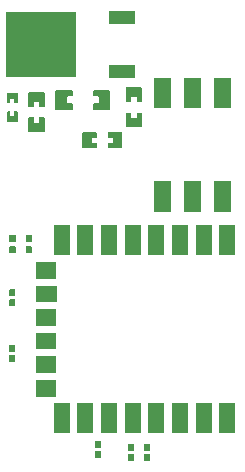
<source format=gtp>
G04 Layer: TopPasteMaskLayer*
G04 EasyEDA v6.5.5, 2022-07-05 01:29:27*
G04 53968c1b96fc4b8a88d45afed03194a1,2d51f53f3cf64b0da7006fab460d3095,10*
G04 Gerber Generator version 0.2*
G04 Scale: 100 percent, Rotated: No, Reflected: No *
G04 Dimensions in millimeters *
G04 leading zeros omitted , absolute positions ,4 integer and 5 decimal *
%FSLAX45Y45*%
%MOMM*%

%ADD22R,1.4000X2.5000*%

%LPD*%
G36*
X1081024Y5310987D02*
G01*
X1075994Y5306009D01*
X1075994Y5190998D01*
X1081024Y5186019D01*
X1122984Y5186476D01*
X1122984Y5230520D01*
X1167993Y5230520D01*
X1167993Y5185511D01*
X1208989Y5186019D01*
X1214018Y5190998D01*
X1214018Y5306009D01*
X1208989Y5310987D01*
G37*
G36*
X1081024Y5096002D02*
G01*
X1075994Y5091023D01*
X1075994Y4976012D01*
X1081024Y4970983D01*
X1208989Y4970983D01*
X1214018Y4976012D01*
X1214018Y5091023D01*
X1208989Y5096002D01*
X1167993Y5095494D01*
X1167993Y5051501D01*
X1122984Y5051501D01*
X1122984Y5096002D01*
G37*
G36*
X1631696Y5331510D02*
G01*
X1621688Y5321503D01*
X1621688Y5284470D01*
X1631696Y5274462D01*
X1662175Y5274462D01*
X1672183Y5264454D01*
X1672183Y5225745D01*
X1662175Y5215737D01*
X1631696Y5215737D01*
X1621688Y5205730D01*
X1621688Y5168696D01*
X1631696Y5158689D01*
X1760220Y5158689D01*
X1770176Y5168696D01*
X1770176Y5321503D01*
X1760220Y5331510D01*
G37*
G36*
X1313180Y5331510D02*
G01*
X1303223Y5321503D01*
X1303223Y5168696D01*
X1313180Y5158689D01*
X1441704Y5158689D01*
X1451711Y5168696D01*
X1451711Y5205730D01*
X1441704Y5215737D01*
X1411224Y5215737D01*
X1401216Y5225745D01*
X1401216Y5264454D01*
X1411224Y5274462D01*
X1441704Y5274462D01*
X1451711Y5284470D01*
X1451711Y5321503D01*
X1441704Y5331510D01*
G37*
G36*
X917295Y4103878D02*
G01*
X912317Y4098899D01*
X912317Y4050893D01*
X917295Y4043883D01*
X962304Y4043883D01*
X967282Y4050893D01*
X967282Y4098899D01*
X962304Y4103878D01*
G37*
G36*
X917295Y4007916D02*
G01*
X912317Y4000906D01*
X912317Y3952900D01*
X917295Y3947922D01*
X962304Y3947922D01*
X967282Y3952900D01*
X967282Y4000906D01*
X962304Y4007916D01*
G37*
G36*
X1056995Y4103878D02*
G01*
X1052017Y4098899D01*
X1052017Y4050893D01*
X1056995Y4043883D01*
X1102004Y4043883D01*
X1106982Y4050893D01*
X1106982Y4098899D01*
X1102004Y4103878D01*
G37*
G36*
X1056995Y4007916D02*
G01*
X1052017Y4000906D01*
X1052017Y3952900D01*
X1056995Y3947922D01*
X1102004Y3947922D01*
X1106982Y3952900D01*
X1106982Y4000906D01*
X1102004Y4007916D01*
G37*
G36*
X1751787Y4971186D02*
G01*
X1746808Y4966208D01*
X1747316Y4924196D01*
X1791309Y4924196D01*
X1791309Y4879187D01*
X1746300Y4879187D01*
X1746808Y4838192D01*
X1751787Y4833213D01*
X1866798Y4833213D01*
X1871827Y4838192D01*
X1871827Y4966208D01*
X1866798Y4971186D01*
G37*
G36*
X1536801Y4971186D02*
G01*
X1531823Y4966208D01*
X1531823Y4838192D01*
X1536801Y4833213D01*
X1651812Y4833213D01*
X1656791Y4838192D01*
X1656283Y4879187D01*
X1612290Y4879187D01*
X1612290Y4924196D01*
X1656791Y4924196D01*
X1656791Y4966208D01*
X1651812Y4971186D01*
G37*
G36*
X1904492Y5351627D02*
G01*
X1899513Y5346598D01*
X1899513Y5231587D01*
X1904492Y5226608D01*
X1946503Y5227116D01*
X1946503Y5271109D01*
X1991512Y5271109D01*
X1991512Y5226100D01*
X2032507Y5226608D01*
X2037486Y5231587D01*
X2037486Y5346598D01*
X2032507Y5351627D01*
G37*
G36*
X1904492Y5136591D02*
G01*
X1899513Y5131612D01*
X1899513Y5016601D01*
X1904492Y5011623D01*
X2032507Y5011623D01*
X2037486Y5016601D01*
X2037486Y5131612D01*
X2032507Y5136591D01*
X1991512Y5136083D01*
X1991512Y5092090D01*
X1946503Y5092090D01*
X1946503Y5136591D01*
G37*
G36*
X899820Y5306110D02*
G01*
X894791Y5301081D01*
X894791Y5221122D01*
X899820Y5216093D01*
X922578Y5216093D01*
X922578Y5253126D01*
X955598Y5253126D01*
X955598Y5216093D01*
X979779Y5216093D01*
X984808Y5221122D01*
X984808Y5301081D01*
X979779Y5306110D01*
G37*
G36*
X899820Y5146090D02*
G01*
X894791Y5141112D01*
X894791Y5062118D01*
X899820Y5057089D01*
X979779Y5057089D01*
X984808Y5062118D01*
X984808Y5141112D01*
X979779Y5146090D01*
X955598Y5146090D01*
X955598Y5108092D01*
X922578Y5108092D01*
X922578Y5146090D01*
G37*
G36*
X1920087Y2247087D02*
G01*
X1916074Y2243124D01*
X1916074Y2193036D01*
X1920087Y2189022D01*
X1966112Y2189022D01*
X1970125Y2193036D01*
X1970125Y2243124D01*
X1966112Y2247087D01*
G37*
G36*
X1920087Y2332177D02*
G01*
X1916074Y2328164D01*
X1916074Y2278075D01*
X1920087Y2274112D01*
X1966112Y2274112D01*
X1970125Y2278075D01*
X1970125Y2328164D01*
X1966112Y2332177D01*
G37*
G36*
X916787Y3640277D02*
G01*
X912774Y3636264D01*
X912774Y3586175D01*
X916787Y3582212D01*
X962812Y3582212D01*
X966825Y3586175D01*
X966825Y3636264D01*
X962812Y3640277D01*
G37*
G36*
X916787Y3555187D02*
G01*
X912774Y3551224D01*
X912774Y3501136D01*
X916787Y3497122D01*
X962812Y3497122D01*
X966825Y3501136D01*
X966825Y3551224D01*
X962812Y3555187D01*
G37*
G36*
X916787Y3170377D02*
G01*
X912774Y3166364D01*
X912774Y3116275D01*
X916787Y3112312D01*
X962812Y3112312D01*
X966825Y3116275D01*
X966825Y3166364D01*
X962812Y3170377D01*
G37*
G36*
X916787Y3085287D02*
G01*
X912774Y3081324D01*
X912774Y3031236D01*
X916787Y3027222D01*
X962812Y3027222D01*
X966825Y3031236D01*
X966825Y3081324D01*
X962812Y3085287D01*
G37*
G36*
X2059787Y2247087D02*
G01*
X2055774Y2243124D01*
X2055774Y2193036D01*
X2059787Y2189022D01*
X2105812Y2189022D01*
X2109825Y2193036D01*
X2109825Y2243124D01*
X2105812Y2247087D01*
G37*
G36*
X2059787Y2332177D02*
G01*
X2055774Y2328164D01*
X2055774Y2278075D01*
X2059787Y2274112D01*
X2105812Y2274112D01*
X2109825Y2278075D01*
X2109825Y2328164D01*
X2105812Y2332177D01*
G37*
G36*
X1640687Y2357577D02*
G01*
X1636674Y2353564D01*
X1636674Y2303475D01*
X1640687Y2299512D01*
X1686712Y2299512D01*
X1690725Y2303475D01*
X1690725Y2353564D01*
X1686712Y2357577D01*
G37*
G36*
X1640687Y2272487D02*
G01*
X1636674Y2268524D01*
X1636674Y2218436D01*
X1640687Y2214422D01*
X1686712Y2214422D01*
X1690725Y2218436D01*
X1690725Y2268524D01*
X1686712Y2272487D01*
G37*
G36*
X1755658Y5539549D02*
G01*
X1755658Y5432450D01*
X1977908Y5432450D01*
X1977908Y5539549D01*
G37*
G36*
X1755658Y5997549D02*
G01*
X1755658Y5890450D01*
X1977908Y5890450D01*
X1977908Y5997549D01*
G37*
G36*
X885007Y5442000D02*
G01*
X885007Y5987999D01*
X1477457Y5987999D01*
X1477457Y5442000D01*
G37*
D22*
G01*
X2758947Y2546934D03*
G01*
X2558948Y2546959D03*
G01*
X2358948Y2546934D03*
G01*
X2158949Y2547010D03*
G01*
X1958949Y2546934D03*
G01*
X1758950Y2546857D03*
G01*
X1558950Y2546985D03*
G01*
X1358950Y2547137D03*
G36*
X1143868Y2872331D02*
G01*
X1313870Y2872331D01*
X1313870Y2732331D01*
X1143868Y2732331D01*
G37*
G36*
X1143944Y3072330D02*
G01*
X1313947Y3072330D01*
X1313947Y2932330D01*
X1143944Y2932330D01*
G37*
G36*
X1143944Y3272254D02*
G01*
X1313947Y3272254D01*
X1313947Y3132254D01*
X1143944Y3132254D01*
G37*
G36*
X1143944Y3472329D02*
G01*
X1313947Y3472329D01*
X1313947Y3332330D01*
X1143944Y3332330D01*
G37*
G36*
X1143995Y3672202D02*
G01*
X1313997Y3672202D01*
X1313997Y3532202D01*
X1143995Y3532202D01*
G37*
G36*
X1143843Y3871998D02*
G01*
X1313845Y3871998D01*
X1313845Y3731999D01*
X1143843Y3731999D01*
G37*
G01*
X1358950Y4057065D03*
G01*
X1558950Y4057142D03*
G01*
X1758950Y4057142D03*
G01*
X1958949Y4057142D03*
G01*
X2158949Y4057142D03*
G01*
X2358948Y4057142D03*
G01*
X2558948Y4057142D03*
G01*
X2758947Y4057142D03*
G36*
X2138679Y4296100D02*
G01*
X2138679Y4556099D01*
X2280920Y4556099D01*
X2280920Y4296100D01*
G37*
G36*
X2392679Y4296100D02*
G01*
X2392679Y4556099D01*
X2534920Y4556099D01*
X2534920Y4296100D01*
G37*
G36*
X2646679Y4296100D02*
G01*
X2646679Y4556099D01*
X2788920Y4556099D01*
X2788920Y4296100D01*
G37*
G36*
X2138679Y5432099D02*
G01*
X2138679Y5172100D01*
X2280920Y5172100D01*
X2280920Y5432099D01*
G37*
G36*
X2392679Y5432099D02*
G01*
X2392679Y5172100D01*
X2534920Y5172100D01*
X2534920Y5432099D01*
G37*
G36*
X2646679Y5432099D02*
G01*
X2646679Y5172100D01*
X2788920Y5172100D01*
X2788920Y5432099D01*
G37*
M02*

</source>
